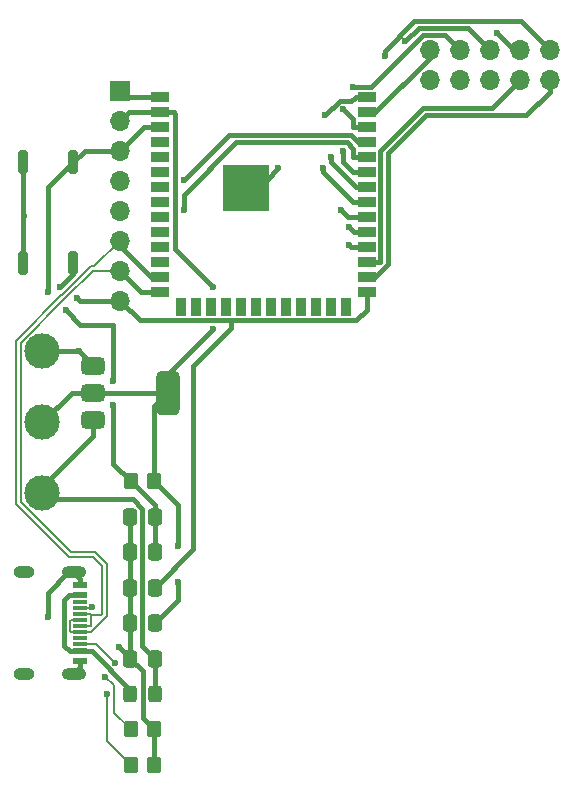
<source format=gbr>
%TF.GenerationSoftware,KiCad,Pcbnew,9.0.0*%
%TF.CreationDate,2025-03-13T15:17:37+10:00*%
%TF.ProjectId,Version 1,56657273-696f-46e2-9031-2e6b69636164,rev?*%
%TF.SameCoordinates,Original*%
%TF.FileFunction,Copper,L1,Top*%
%TF.FilePolarity,Positive*%
%FSLAX46Y46*%
G04 Gerber Fmt 4.6, Leading zero omitted, Abs format (unit mm)*
G04 Created by KiCad (PCBNEW 9.0.0) date 2025-03-13 15:17:37*
%MOMM*%
%LPD*%
G01*
G04 APERTURE LIST*
G04 Aperture macros list*
%AMRoundRect*
0 Rectangle with rounded corners*
0 $1 Rounding radius*
0 $2 $3 $4 $5 $6 $7 $8 $9 X,Y pos of 4 corners*
0 Add a 4 corners polygon primitive as box body*
4,1,4,$2,$3,$4,$5,$6,$7,$8,$9,$2,$3,0*
0 Add four circle primitives for the rounded corners*
1,1,$1+$1,$2,$3*
1,1,$1+$1,$4,$5*
1,1,$1+$1,$6,$7*
1,1,$1+$1,$8,$9*
0 Add four rect primitives between the rounded corners*
20,1,$1+$1,$2,$3,$4,$5,0*
20,1,$1+$1,$4,$5,$6,$7,0*
20,1,$1+$1,$6,$7,$8,$9,0*
20,1,$1+$1,$8,$9,$2,$3,0*%
G04 Aperture macros list end*
%TA.AperFunction,ComponentPad*%
%ADD10O,1.700000X1.700000*%
%TD*%
%TA.AperFunction,SMDPad,CuDef*%
%ADD11R,1.150000X0.600000*%
%TD*%
%TA.AperFunction,SMDPad,CuDef*%
%ADD12R,1.150000X0.300000*%
%TD*%
%TA.AperFunction,ComponentPad*%
%ADD13O,2.100000X1.000000*%
%TD*%
%TA.AperFunction,ComponentPad*%
%ADD14O,1.800000X1.000000*%
%TD*%
%TA.AperFunction,SMDPad,CuDef*%
%ADD15RoundRect,0.250000X-0.350000X-0.450000X0.350000X-0.450000X0.350000X0.450000X-0.350000X0.450000X0*%
%TD*%
%TA.AperFunction,SMDPad,CuDef*%
%ADD16C,3.000000*%
%TD*%
%TA.AperFunction,SMDPad,CuDef*%
%ADD17RoundRect,0.200000X-0.200000X-0.800000X0.200000X-0.800000X0.200000X0.800000X-0.200000X0.800000X0*%
%TD*%
%TA.AperFunction,SMDPad,CuDef*%
%ADD18RoundRect,0.250000X0.337500X0.475000X-0.337500X0.475000X-0.337500X-0.475000X0.337500X-0.475000X0*%
%TD*%
%TA.AperFunction,SMDPad,CuDef*%
%ADD19RoundRect,0.250000X0.325000X0.450000X-0.325000X0.450000X-0.325000X-0.450000X0.325000X-0.450000X0*%
%TD*%
%TA.AperFunction,SMDPad,CuDef*%
%ADD20RoundRect,0.375000X-0.625000X-0.375000X0.625000X-0.375000X0.625000X0.375000X-0.625000X0.375000X0*%
%TD*%
%TA.AperFunction,SMDPad,CuDef*%
%ADD21RoundRect,0.500000X-0.500000X-1.400000X0.500000X-1.400000X0.500000X1.400000X-0.500000X1.400000X0*%
%TD*%
%TA.AperFunction,SMDPad,CuDef*%
%ADD22RoundRect,0.250000X0.350000X0.450000X-0.350000X0.450000X-0.350000X-0.450000X0.350000X-0.450000X0*%
%TD*%
%TA.AperFunction,SMDPad,CuDef*%
%ADD23R,1.500000X0.900000*%
%TD*%
%TA.AperFunction,SMDPad,CuDef*%
%ADD24R,0.900000X1.500000*%
%TD*%
%TA.AperFunction,HeatsinkPad*%
%ADD25C,0.600000*%
%TD*%
%TA.AperFunction,HeatsinkPad*%
%ADD26R,3.900000X3.900000*%
%TD*%
%TA.AperFunction,ComponentPad*%
%ADD27R,1.700000X1.700000*%
%TD*%
%TA.AperFunction,ViaPad*%
%ADD28C,0.600000*%
%TD*%
%TA.AperFunction,Conductor*%
%ADD29C,0.400000*%
%TD*%
%TA.AperFunction,Conductor*%
%ADD30C,0.200000*%
%TD*%
G04 APERTURE END LIST*
D10*
%TO.P,J3,1,Pin_1*%
%TO.N,IO40*%
X62000000Y-18460000D03*
%TO.P,J3,2,Pin_2*%
%TO.N,IO35*%
X62000000Y-21000000D03*
%TO.P,J3,3,Pin_3*%
%TO.N,IO41*%
X59460000Y-18460000D03*
%TO.P,J3,4,Pin_4*%
%TO.N,IO36*%
X59460000Y-21000000D03*
%TO.P,J3,5,Pin_5*%
%TO.N,IO42*%
X56920000Y-18460000D03*
%TO.P,J3,6,Pin_6*%
%TO.N,IO37*%
X56920000Y-21000000D03*
%TO.P,J3,7,Pin_7*%
%TO.N,IO2*%
X54380000Y-18460000D03*
%TO.P,J3,8,Pin_8*%
%TO.N,IO38*%
X54380000Y-21000000D03*
%TO.P,J3,9,Pin_9*%
%TO.N,IO1*%
X51840000Y-18460000D03*
%TO.P,J3,10,Pin_10*%
%TO.N,IO39*%
X51840000Y-21000000D03*
%TD*%
D11*
%TO.P,J1,A1_B12,GND*%
%TO.N,GND*%
X22255000Y-63800000D03*
%TO.P,J1,A4_B9,VBUS*%
%TO.N,Net-(D1-A)*%
X22255000Y-64600000D03*
D12*
%TO.P,J1,A5,CC1*%
%TO.N,Net-(J1-CC1)*%
X22255000Y-65750000D03*
%TO.P,J1,A6,DP1*%
%TO.N,D+*%
X22255000Y-66750000D03*
%TO.P,J1,A7,DN1*%
%TO.N,D-*%
X22255000Y-67250000D03*
%TO.P,J1,A8,SBU1*%
%TO.N,unconnected-(J1-SBU1-PadA8)*%
X22255000Y-68250000D03*
D11*
%TO.P,J1,B1_A12,GND*%
%TO.N,GND*%
X22255000Y-70200000D03*
%TO.P,J1,B4_A9,VBUS*%
%TO.N,Net-(D1-A)*%
X22255000Y-69400000D03*
D12*
%TO.P,J1,B5,CC2*%
%TO.N,Net-(J1-CC2)*%
X22255000Y-68750000D03*
%TO.P,J1,B6,DP2*%
%TO.N,D+*%
X22255000Y-67750000D03*
%TO.P,J1,B7,DN2*%
%TO.N,D-*%
X22255000Y-66250000D03*
%TO.P,J1,B8,SBU2*%
%TO.N,unconnected-(J1-SBU2-PadB8)*%
X22255000Y-65250000D03*
D13*
%TO.P,J1,SH1,SHELL_GND*%
%TO.N,GND*%
X21680000Y-62680000D03*
%TO.P,J1,SH2,SHELL_GND*%
X21680000Y-71320000D03*
D14*
%TO.P,J1,SH3,SHELL_GND*%
X17500000Y-62680000D03*
%TO.P,J1,SH4,SHELL_GND*%
X17500000Y-71320000D03*
%TD*%
D15*
%TO.P,R1,1*%
%TO.N,Net-(J1-CC2)*%
X26500000Y-79000000D03*
%TO.P,R1,2*%
%TO.N,GND*%
X28500000Y-79000000D03*
%TD*%
D16*
%TO.P,TP2,1,1*%
%TO.N,+3.3V*%
X19000000Y-50000000D03*
%TD*%
%TO.P,TP1,1,1*%
%TO.N,GND*%
X19000000Y-44000000D03*
%TD*%
D17*
%TO.P,SW1,1,1*%
%TO.N,GND*%
X17400000Y-36500000D03*
%TO.P,SW1,2,2*%
%TO.N,BOOT*%
X21600000Y-36500000D03*
%TD*%
D18*
%TO.P,C4,1*%
%TO.N,+5V*%
X28537500Y-70000000D03*
%TO.P,C4,2*%
%TO.N,GND*%
X26462500Y-70000000D03*
%TD*%
D19*
%TO.P,D1,1,K*%
%TO.N,+5V*%
X28525000Y-73000000D03*
%TO.P,D1,2,A*%
%TO.N,Net-(D1-A)*%
X26475000Y-73000000D03*
%TD*%
D18*
%TO.P,C2,1*%
%TO.N,+3.3V*%
X28537500Y-67000000D03*
%TO.P,C2,2*%
%TO.N,GND*%
X26462500Y-67000000D03*
%TD*%
D16*
%TO.P,TP3,1,1*%
%TO.N,+5V*%
X19000000Y-56000000D03*
%TD*%
D20*
%TO.P,U2,1,GND*%
%TO.N,GND*%
X23350000Y-45200000D03*
%TO.P,U2,2,VO*%
%TO.N,+3.3V*%
X23350000Y-47500000D03*
D21*
X29650000Y-47500000D03*
D20*
%TO.P,U2,3,VI*%
%TO.N,+5V*%
X23350000Y-49800000D03*
%TD*%
D17*
%TO.P,SW2,1,1*%
%TO.N,GND*%
X17400000Y-28000000D03*
%TO.P,SW2,2,2*%
%TO.N,EN*%
X21600000Y-28000000D03*
%TD*%
D22*
%TO.P,R2,1*%
%TO.N,GND*%
X28500000Y-76000000D03*
%TO.P,R2,2*%
%TO.N,Net-(J1-CC1)*%
X26500000Y-76000000D03*
%TD*%
D23*
%TO.P,U1,1,GND*%
%TO.N,GND*%
X29000000Y-22460000D03*
%TO.P,U1,2,3V3*%
%TO.N,+3.3V*%
X29000000Y-23730000D03*
%TO.P,U1,3,EN*%
%TO.N,EN*%
X29000000Y-25000000D03*
%TO.P,U1,4,IO4*%
%TO.N,IO4*%
X29000000Y-26270000D03*
%TO.P,U1,5,IO5*%
%TO.N,IO5*%
X29000000Y-27540000D03*
%TO.P,U1,6,IO6*%
%TO.N,IO6*%
X29000000Y-28810000D03*
%TO.P,U1,7,IO7*%
%TO.N,IO7*%
X29000000Y-30080000D03*
%TO.P,U1,8,IO15*%
%TO.N,IO15*%
X29000000Y-31350000D03*
%TO.P,U1,9,IO16*%
%TO.N,IO16*%
X29000000Y-32620000D03*
%TO.P,U1,10,IO17*%
%TO.N,IO17*%
X29000000Y-33890000D03*
%TO.P,U1,11,IO18*%
%TO.N,IO18*%
X29000000Y-35160000D03*
%TO.P,U1,12,IO8*%
%TO.N,IO8*%
X29000000Y-36430000D03*
%TO.P,U1,13,USB_D-*%
%TO.N,D-*%
X29000000Y-37700000D03*
%TO.P,U1,14,USB_D+*%
%TO.N,D+*%
X29000000Y-38970000D03*
D24*
%TO.P,U1,15,IO3*%
%TO.N,unconnected-(U1-IO3-Pad15)*%
X30765000Y-40220000D03*
%TO.P,U1,16,IO46*%
%TO.N,unconnected-(U1-IO46-Pad16)*%
X32035000Y-40220000D03*
%TO.P,U1,17,IO9*%
%TO.N,IO9*%
X33305000Y-40220000D03*
%TO.P,U1,18,IO10*%
%TO.N,IO10*%
X34575000Y-40220000D03*
%TO.P,U1,19,IO11*%
%TO.N,IO11*%
X35845000Y-40220000D03*
%TO.P,U1,20,IO12*%
%TO.N,IO12*%
X37115000Y-40220000D03*
%TO.P,U1,21,IO13*%
%TO.N,IO13*%
X38385000Y-40220000D03*
%TO.P,U1,22,IO14*%
%TO.N,IO14*%
X39655000Y-40220000D03*
%TO.P,U1,23,IO21*%
%TO.N,IO21*%
X40925000Y-40220000D03*
%TO.P,U1,24,IO47*%
%TO.N,IO47*%
X42195000Y-40220000D03*
%TO.P,U1,25,IO48*%
%TO.N,IO48*%
X43465000Y-40220000D03*
%TO.P,U1,26,IO45*%
%TO.N,unconnected-(U1-IO45-Pad26)*%
X44735000Y-40220000D03*
D23*
%TO.P,U1,27,IO0*%
%TO.N,BOOT*%
X46500000Y-38970000D03*
%TO.P,U1,28,IO35*%
%TO.N,IO35*%
X46500000Y-37700000D03*
%TO.P,U1,29,IO36*%
%TO.N,IO36*%
X46500000Y-36430000D03*
%TO.P,U1,30,IO37*%
%TO.N,IO37*%
X46500000Y-35160000D03*
%TO.P,U1,31,IO38*%
%TO.N,IO38*%
X46500000Y-33890000D03*
%TO.P,U1,32,IO39*%
%TO.N,IO39*%
X46500000Y-32620000D03*
%TO.P,U1,33,IO40*%
%TO.N,IO40*%
X46500000Y-31350000D03*
%TO.P,U1,34,IO41*%
%TO.N,IO41*%
X46500000Y-30080000D03*
%TO.P,U1,35,IO42*%
%TO.N,IO42*%
X46500000Y-28810000D03*
%TO.P,U1,36,RXD0*%
%TO.N,RXD0*%
X46500000Y-27540000D03*
%TO.P,U1,37,TXD0*%
%TO.N,TXD0*%
X46500000Y-26270000D03*
%TO.P,U1,38,IO2*%
%TO.N,IO2*%
X46500000Y-25000000D03*
%TO.P,U1,39,IO1*%
%TO.N,IO1*%
X46500000Y-23730000D03*
%TO.P,U1,40,GND*%
%TO.N,GND*%
X46500000Y-22460000D03*
D25*
%TO.P,U1,41,GND*%
X34850000Y-29480000D03*
X34850000Y-30880000D03*
X35550000Y-28780000D03*
X35550000Y-30180000D03*
X35550000Y-31580000D03*
X36250000Y-29480000D03*
D26*
X36250000Y-30180000D03*
D25*
X36250000Y-30880000D03*
X36950000Y-28780000D03*
X36950000Y-30180000D03*
X36950000Y-31580000D03*
X37650000Y-29480000D03*
X37650000Y-30880000D03*
%TD*%
D27*
%TO.P,J2,1,Pin_1*%
%TO.N,GND*%
X25600000Y-21920000D03*
D10*
%TO.P,J2,2,Pin_2*%
%TO.N,+3.3V*%
X25600000Y-24460000D03*
%TO.P,J2,3,Pin_3*%
%TO.N,EN*%
X25600000Y-27000000D03*
%TO.P,J2,4,Pin_4*%
%TO.N,TXD0*%
X25600000Y-29540000D03*
%TO.P,J2,5,Pin_5*%
%TO.N,RXD0*%
X25600000Y-32080000D03*
%TO.P,J2,6,Pin_6*%
%TO.N,D-*%
X25600000Y-34620000D03*
%TO.P,J2,7,Pin_7*%
%TO.N,D+*%
X25600000Y-37160000D03*
%TO.P,J2,8,Pin_8*%
%TO.N,BOOT*%
X25600000Y-39700000D03*
%TD*%
D18*
%TO.P,C7,1*%
%TO.N,EN*%
X28537500Y-61000000D03*
%TO.P,C7,2*%
%TO.N,GND*%
X26462500Y-61000000D03*
%TD*%
%TO.P,C9,1*%
%TO.N,EN*%
X28537500Y-58000000D03*
%TO.P,C9,2*%
%TO.N,GND*%
X26462500Y-58000000D03*
%TD*%
D15*
%TO.P,R6,1*%
%TO.N,EN*%
X26500000Y-55000000D03*
%TO.P,R6,2*%
%TO.N,+3.3V*%
X28500000Y-55000000D03*
%TD*%
D18*
%TO.P,C8,1*%
%TO.N,BOOT*%
X28537500Y-64000000D03*
%TO.P,C8,2*%
%TO.N,GND*%
X26462500Y-64000000D03*
%TD*%
D28*
%TO.N,+3.3V*%
X30500000Y-63500000D03*
X30500000Y-60500000D03*
X33500000Y-38500000D03*
X33500000Y-42071000D03*
%TO.N,GND*%
X43000000Y-24000000D03*
X17500000Y-32500000D03*
X39000000Y-28500000D03*
X19500000Y-66500000D03*
X25500000Y-69000000D03*
X22150000Y-44000000D03*
%TO.N,EN*%
X25000000Y-48500000D03*
X25000000Y-46500000D03*
X21000000Y-40500000D03*
X19500000Y-39000000D03*
%TO.N,BOOT*%
X22000000Y-39500000D03*
X20500000Y-38500000D03*
%TO.N,Net-(J1-CC1)*%
X23250961Y-65674281D03*
X24370025Y-71529975D03*
%TO.N,Net-(J1-CC2)*%
X25159975Y-70340025D03*
X24500000Y-73000000D03*
%TO.N,RXD0*%
X31000000Y-32000000D03*
%TO.N,TXD0*%
X31000000Y-29500000D03*
%TO.N,IO37*%
X45000000Y-35000000D03*
%TO.N,IO38*%
X45000000Y-33500000D03*
%TO.N,IO2*%
X45349000Y-21609000D03*
X44500000Y-23500000D03*
%TO.N,IO42*%
X44500000Y-27000000D03*
X49755025Y-17755025D03*
%TO.N,IO40*%
X48000000Y-19000000D03*
X42799000Y-28500000D03*
%TO.N,IO39*%
X44300000Y-32000000D03*
%TO.N,IO41*%
X57500000Y-17000000D03*
X43500000Y-27500000D03*
%TD*%
D29*
%TO.N,+3.3V*%
X23350000Y-47500000D02*
X21500000Y-47500000D01*
X21500000Y-47500000D02*
X19000000Y-50000000D01*
X28500000Y-48650000D02*
X29650000Y-47500000D01*
X29650000Y-45921000D02*
X33500000Y-42071000D01*
X30500000Y-57000000D02*
X28500000Y-55000000D01*
X26330000Y-23730000D02*
X25600000Y-24460000D01*
X29000000Y-23730000D02*
X26330000Y-23730000D01*
X33500000Y-38500000D02*
X30299000Y-35299000D01*
X28537500Y-67000000D02*
X30500000Y-65037500D01*
X30299000Y-35299000D02*
X30299000Y-23879000D01*
X30500000Y-60500000D02*
X30500000Y-57000000D01*
X29650000Y-47500000D02*
X23350000Y-47500000D01*
X30150000Y-23730000D02*
X29000000Y-23730000D01*
X30500000Y-65037500D02*
X30500000Y-63500000D01*
X30299000Y-23879000D02*
X30150000Y-23730000D01*
X29650000Y-47500000D02*
X29650000Y-45921000D01*
X28500000Y-55000000D02*
X28500000Y-48650000D01*
%TO.N,GND*%
X26462500Y-70000000D02*
X26462500Y-69962500D01*
X29000000Y-22460000D02*
X26140000Y-22460000D01*
X21680000Y-62680000D02*
X21230000Y-62680000D01*
X28500000Y-76000000D02*
X27549000Y-75049000D01*
X22150000Y-44000000D02*
X23350000Y-45200000D01*
X38020000Y-29480000D02*
X39000000Y-28500000D01*
X21230000Y-62680000D02*
X19500000Y-64410000D01*
X22255000Y-70745000D02*
X21680000Y-71320000D01*
X28500000Y-79000000D02*
X28500000Y-76000000D01*
X22255000Y-63800000D02*
X22255000Y-63255000D01*
X26462500Y-67000000D02*
X26462500Y-64000000D01*
X26140000Y-22460000D02*
X25600000Y-21920000D01*
X45510051Y-22500000D02*
X45500000Y-22500000D01*
X26462500Y-58000000D02*
X26462500Y-61000000D01*
X45550051Y-22460000D02*
X45510051Y-22500000D01*
X17400000Y-28000000D02*
X17400000Y-32400000D01*
X37650000Y-29480000D02*
X38020000Y-29480000D01*
X26462500Y-69962500D02*
X25500000Y-69000000D01*
X27549000Y-71086500D02*
X26462500Y-70000000D01*
X22255000Y-70200000D02*
X22255000Y-70745000D01*
X46500000Y-22460000D02*
X45550051Y-22460000D01*
X45500000Y-22500000D02*
X45201000Y-22799000D01*
X44201000Y-22799000D02*
X43000000Y-24000000D01*
X19500000Y-64410000D02*
X19500000Y-66500000D01*
X26462500Y-70000000D02*
X26462500Y-67000000D01*
X26462500Y-61000000D02*
X26462500Y-64000000D01*
X17400000Y-32600000D02*
X17500000Y-32500000D01*
X27549000Y-75049000D02*
X27549000Y-71086500D01*
X45201000Y-22799000D02*
X44201000Y-22799000D01*
X17400000Y-32400000D02*
X17500000Y-32500000D01*
X17400000Y-36500000D02*
X17400000Y-32600000D01*
X19000000Y-44000000D02*
X22150000Y-44000000D01*
X22255000Y-63255000D02*
X21680000Y-62680000D01*
%TO.N,+5V*%
X27500000Y-57297420D02*
X26702580Y-56500000D01*
X19000000Y-56000000D02*
X19000000Y-55500000D01*
X27500000Y-68962500D02*
X27500000Y-57297420D01*
X26702580Y-56500000D02*
X19500000Y-56500000D01*
X23350000Y-51150000D02*
X23350000Y-49800000D01*
X28525000Y-73000000D02*
X28525000Y-70012500D01*
X28537500Y-70000000D02*
X27500000Y-68962500D01*
X19500000Y-56500000D02*
X19000000Y-56000000D01*
X19000000Y-55500000D02*
X23350000Y-51150000D01*
X28525000Y-70012500D02*
X28537500Y-70000000D01*
%TO.N,EN*%
X21600000Y-28000000D02*
X19500000Y-30100000D01*
X28537500Y-57037500D02*
X26500000Y-55000000D01*
X26500000Y-55000000D02*
X25000000Y-53500000D01*
X25000000Y-41755484D02*
X22255484Y-41755484D01*
X19500000Y-30100000D02*
X19500000Y-39000000D01*
X29000000Y-25000000D02*
X27600000Y-25000000D01*
X22600000Y-27000000D02*
X25600000Y-27000000D01*
X25000000Y-53500000D02*
X25000000Y-48500000D01*
X22255484Y-41755484D02*
X21000000Y-40500000D01*
X21600000Y-28000000D02*
X22600000Y-27000000D01*
X25000000Y-46500000D02*
X25000000Y-41755484D01*
X28537500Y-61000000D02*
X28537500Y-58000000D01*
X27600000Y-25000000D02*
X25600000Y-27000000D01*
X28537500Y-58000000D02*
X28537500Y-57037500D01*
%TO.N,BOOT*%
X22200000Y-39700000D02*
X22000000Y-39500000D01*
X21600000Y-37400000D02*
X20500000Y-38500000D01*
X25600000Y-39700000D02*
X27271000Y-41371000D01*
X25600000Y-39700000D02*
X22200000Y-39700000D01*
X31799000Y-60738500D02*
X31799000Y-45201000D01*
X45586000Y-41371000D02*
X46500000Y-40457000D01*
X27271000Y-41371000D02*
X35000000Y-41371000D01*
X35000000Y-41371000D02*
X45586000Y-41371000D01*
X31799000Y-45201000D02*
X35000000Y-42000000D01*
X28537500Y-64000000D02*
X31799000Y-60738500D01*
X35000000Y-42000000D02*
X35000000Y-41371000D01*
X46500000Y-40457000D02*
X46500000Y-38970000D01*
X21600000Y-36500000D02*
X21600000Y-37400000D01*
D30*
%TO.N,D+*%
X23734900Y-61234900D02*
X23500000Y-61000000D01*
D29*
X29000000Y-38970000D02*
X27410000Y-38970000D01*
D30*
X24500000Y-62000000D02*
X24265100Y-61765100D01*
X23500000Y-61000000D02*
X23167800Y-61000000D01*
X24434000Y-66465100D02*
X24500000Y-66399100D01*
X24199100Y-66700000D02*
X24265100Y-66634000D01*
X24500000Y-66066900D02*
X24500000Y-62332200D01*
X24265100Y-66634000D02*
X24434000Y-66465100D01*
X23167800Y-61000000D02*
X21453001Y-61000000D01*
X24500000Y-62332200D02*
X24500000Y-62000000D01*
X21453001Y-61000000D02*
X17199000Y-56745999D01*
X21379000Y-67701000D02*
X21379000Y-66799000D01*
X23149100Y-67750000D02*
X23248100Y-67651000D01*
X21379000Y-66799000D02*
X21428000Y-66750000D01*
X21428000Y-66750000D02*
X22255000Y-66750000D01*
D29*
X27410000Y-38970000D02*
X25600000Y-37160000D01*
D30*
X23532000Y-67367100D02*
X24199100Y-66700000D01*
X24265100Y-61765100D02*
X23734900Y-61234900D01*
X17199000Y-56745999D02*
X17199000Y-43254001D01*
X21428000Y-67750000D02*
X21379000Y-67701000D01*
X20953001Y-39500000D02*
X23293001Y-37160000D01*
X22255000Y-67750000D02*
X21428000Y-67750000D01*
X22255000Y-67750000D02*
X23149100Y-67750000D01*
X23293001Y-37160000D02*
X25600000Y-37160000D01*
X17199000Y-43254001D02*
X20953001Y-39500000D01*
X23248100Y-67651000D02*
X23297100Y-67602000D01*
X23297100Y-67602000D02*
X23483000Y-67416100D01*
X23483000Y-67416100D02*
X23532000Y-67367100D01*
X24500000Y-66399100D02*
X24500000Y-66066900D01*
D29*
%TO.N,Net-(D1-A)*%
X26475000Y-72645000D02*
X26475000Y-73000000D01*
X21378000Y-69400000D02*
X20878000Y-68900000D01*
X20878000Y-68900000D02*
X20878000Y-65002000D01*
X22255000Y-69400000D02*
X23230000Y-69400000D01*
X21280000Y-64600000D02*
X22255000Y-64600000D01*
X22255000Y-69400000D02*
X21378000Y-69400000D01*
X20878000Y-65002000D02*
X21280000Y-64600000D01*
X23230000Y-69400000D02*
X26475000Y-72645000D01*
D30*
%TO.N,D-*%
X23433951Y-36759000D02*
X25572951Y-34620000D01*
X17032900Y-42853001D02*
X20552001Y-39333900D01*
X16798000Y-43087901D02*
X17032900Y-42853001D01*
X23333900Y-61401000D02*
X23001700Y-61401000D01*
X21052001Y-61166100D02*
X17032900Y-57146999D01*
X25572951Y-34620000D02*
X25600000Y-34620000D01*
X17032900Y-57146999D02*
X16798000Y-56912099D01*
X23001700Y-61401000D02*
X21619101Y-61401000D01*
X16798000Y-56912099D02*
X16798000Y-56579899D01*
X16798000Y-43420101D02*
X16798000Y-43394951D01*
X20552001Y-39333900D02*
X20786901Y-39099000D01*
X24099000Y-65900800D02*
X24099000Y-62498300D01*
X23131000Y-66299000D02*
X23131000Y-67201000D01*
D29*
X25600000Y-35032000D02*
X25600000Y-34620000D01*
D30*
X16798000Y-56579899D02*
X16798000Y-43420101D01*
X23864100Y-61931200D02*
X23568800Y-61635900D01*
D29*
X29000000Y-37700000D02*
X28268000Y-37700000D01*
D30*
X24099000Y-66233000D02*
X24099000Y-65900800D01*
X24099000Y-62498300D02*
X24099000Y-62166100D01*
X20786901Y-39099000D02*
X22892001Y-36993900D01*
X23126901Y-36759000D02*
X23433951Y-36759000D01*
X21286901Y-61401000D02*
X21052001Y-61166100D01*
X23082000Y-67250000D02*
X22255000Y-67250000D01*
X23568800Y-61635900D02*
X23333900Y-61401000D01*
X23131000Y-66299000D02*
X24033000Y-66299000D01*
X16798000Y-43394951D02*
X16798000Y-43087901D01*
X22892001Y-36993900D02*
X23126901Y-36759000D01*
X24033000Y-66299000D02*
X24099000Y-66233000D01*
X23131000Y-67201000D02*
X23082000Y-67250000D01*
X22255000Y-66250000D02*
X23082000Y-66250000D01*
D29*
X28268000Y-37700000D02*
X25600000Y-35032000D01*
D30*
X21619101Y-61401000D02*
X21286901Y-61401000D01*
X23082000Y-66250000D02*
X23131000Y-66299000D01*
X24099000Y-62166100D02*
X23864100Y-61931200D01*
%TO.N,Net-(J1-CC1)*%
X25101000Y-72260950D02*
X25101000Y-74601000D01*
X23149100Y-65750000D02*
X22255000Y-65750000D01*
X24370025Y-71529975D02*
X25101000Y-72260950D01*
X23250961Y-65674281D02*
X23224819Y-65674281D01*
X25101000Y-74601000D02*
X26500000Y-76000000D01*
X23224819Y-65674281D02*
X23149100Y-65750000D01*
%TO.N,Net-(J1-CC2)*%
X24500000Y-77000000D02*
X26500000Y-79000000D01*
X24500000Y-73000000D02*
X24500000Y-77000000D01*
X22255000Y-68750000D02*
X23569950Y-68750000D01*
X23569950Y-68750000D02*
X25159975Y-70340025D01*
D29*
%TO.N,RXD0*%
X31000000Y-30728000D02*
X35429000Y-26299000D01*
X45350000Y-26858636D02*
X45350000Y-27540000D01*
X45350000Y-27540000D02*
X46500000Y-27540000D01*
X35429000Y-26299000D02*
X44790364Y-26299000D01*
X44790364Y-26299000D02*
X45350000Y-26858636D01*
X31000000Y-32000000D02*
X31000000Y-30728000D01*
%TO.N,TXD0*%
X46500000Y-26270000D02*
X45770000Y-26270000D01*
X34802000Y-25698000D02*
X31000000Y-29500000D01*
X45770000Y-26270000D02*
X45198000Y-25698000D01*
X45198000Y-25698000D02*
X34802000Y-25698000D01*
%TO.N,IO37*%
X45160000Y-35160000D02*
X45000000Y-35000000D01*
X46500000Y-35160000D02*
X45160000Y-35160000D01*
%TO.N,IO36*%
X51251058Y-23399000D02*
X47650000Y-27000058D01*
X47650000Y-27000058D02*
X47650000Y-36430000D01*
X47650000Y-36430000D02*
X46500000Y-36430000D01*
X59460000Y-21000000D02*
X57061000Y-23399000D01*
X57061000Y-23399000D02*
X51251058Y-23399000D01*
%TO.N,IO35*%
X60000000Y-24000000D02*
X62000000Y-22000000D01*
X47232000Y-37700000D02*
X48299000Y-36633000D01*
X51500000Y-24000000D02*
X60000000Y-24000000D01*
X62000000Y-22000000D02*
X62000000Y-21000000D01*
X46500000Y-37700000D02*
X47232000Y-37700000D01*
X48299000Y-27201000D02*
X51500000Y-24000000D01*
X48299000Y-36633000D02*
X48299000Y-27201000D01*
%TO.N,IO38*%
X46500000Y-33890000D02*
X45390000Y-33890000D01*
X45390000Y-33890000D02*
X45000000Y-33500000D01*
%TO.N,IO1*%
X47232000Y-23730000D02*
X51840000Y-19122000D01*
X51840000Y-19122000D02*
X51840000Y-18460000D01*
X46500000Y-23730000D02*
X47232000Y-23730000D01*
%TO.N,IO2*%
X53129000Y-17209000D02*
X54380000Y-18460000D01*
X51321818Y-17209000D02*
X52358182Y-17209000D01*
X45350000Y-24350000D02*
X44500000Y-23500000D01*
X46891000Y-21609000D02*
X51291000Y-17209000D01*
X45350000Y-25000000D02*
X45350000Y-24350000D01*
X52358182Y-17209000D02*
X53129000Y-17209000D01*
X45349000Y-21609000D02*
X46891000Y-21609000D01*
X51291000Y-17209000D02*
X51321818Y-17209000D01*
X46500000Y-25000000D02*
X45350000Y-25000000D01*
%TO.N,IO42*%
X56920000Y-18460000D02*
X55068000Y-16608000D01*
X45350000Y-28810000D02*
X46500000Y-28810000D01*
X55068000Y-16608000D02*
X50902050Y-16608000D01*
X50902050Y-16608000D02*
X49755025Y-17755025D01*
X44500000Y-27000000D02*
X44500000Y-27960000D01*
X44500000Y-27960000D02*
X45350000Y-28810000D01*
%TO.N,IO40*%
X42799000Y-28500000D02*
X42799000Y-28799000D01*
X42799000Y-28799000D02*
X45350000Y-31350000D01*
X62000000Y-18460000D02*
X59547000Y-16007000D01*
X50511686Y-16007000D02*
X48000000Y-18518686D01*
X45350000Y-31350000D02*
X46500000Y-31350000D01*
X59547000Y-16007000D02*
X50511686Y-16007000D01*
X48000000Y-18518686D02*
X48000000Y-19000000D01*
%TO.N,IO39*%
X44920000Y-32620000D02*
X44300000Y-32000000D01*
X46500000Y-32620000D02*
X44920000Y-32620000D01*
%TO.N,IO41*%
X59460000Y-18460000D02*
X58960000Y-18460000D01*
X45580000Y-30080000D02*
X46500000Y-30080000D01*
X43500000Y-27500000D02*
X43500000Y-28000000D01*
X43500000Y-28000000D02*
X45580000Y-30080000D01*
X58960000Y-18460000D02*
X57500000Y-17000000D01*
%TD*%
M02*

</source>
